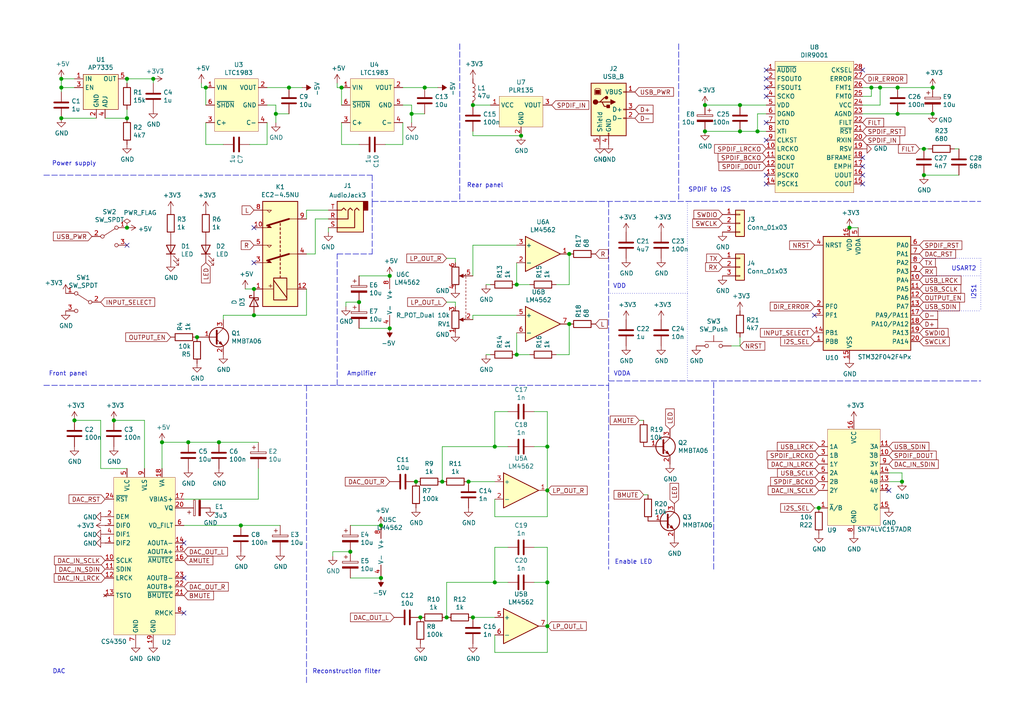
<source format=kicad_sch>
(kicad_sch (version 20210126) (generator eeschema)
  (paper "A4")
  (junction (at 17.78 22.86) (diameter 1.016))
  (junction (at 17.78 25.4) (diameter 1.016))
  (junction (at 17.78 34.29) (diameter 1.016))
  (junction (at 21.59 121.92) (diameter 1.016))
  (junction (at 33.02 121.92) (diameter 1.016))
  (junction (at 36.83 22.86) (diameter 1.016))
  (junction (at 36.83 34.29) (diameter 1.016))
  (junction (at 36.83 66.04) (diameter 1.016))
  (junction (at 44.45 22.86) (diameter 1.016))
  (junction (at 46.99 128.27) (diameter 1.016))
  (junction (at 54.61 128.27) (diameter 1.016))
  (junction (at 57.15 97.79) (diameter 1.016))
  (junction (at 59.69 25.4) (diameter 1.016))
  (junction (at 63.5 128.27) (diameter 1.016))
  (junction (at 69.85 152.4) (diameter 1.016))
  (junction (at 73.66 83.82) (diameter 1.016))
  (junction (at 73.66 91.44) (diameter 1.016))
  (junction (at 80.01 33.02) (diameter 1.016))
  (junction (at 83.82 25.4) (diameter 1.016))
  (junction (at 99.06 25.4) (diameter 1.016))
  (junction (at 101.6 160.02) (diameter 1.016))
  (junction (at 104.14 87.63) (diameter 1.016))
  (junction (at 110.49 152.4) (diameter 1.016))
  (junction (at 110.49 167.64) (diameter 1.016))
  (junction (at 113.03 80.01) (diameter 1.016))
  (junction (at 113.03 95.25) (diameter 1.016))
  (junction (at 119.38 33.02) (diameter 1.016))
  (junction (at 120.65 139.7) (diameter 1.016))
  (junction (at 121.92 179.07) (diameter 1.016))
  (junction (at 123.19 25.4) (diameter 1.016))
  (junction (at 128.27 139.7) (diameter 1.016))
  (junction (at 129.54 179.07) (diameter 1.016))
  (junction (at 135.89 139.7) (diameter 1.016))
  (junction (at 137.16 30.48) (diameter 1.016))
  (junction (at 137.16 179.07) (diameter 1.016))
  (junction (at 143.51 129.54) (diameter 1.016))
  (junction (at 143.51 168.91) (diameter 1.016))
  (junction (at 149.86 82.55) (diameter 1.016))
  (junction (at 149.86 102.87) (diameter 1.016))
  (junction (at 151.13 39.37) (diameter 1.016))
  (junction (at 158.75 129.54) (diameter 1.016))
  (junction (at 158.75 142.24) (diameter 1.016))
  (junction (at 158.75 168.91) (diameter 1.016))
  (junction (at 158.75 181.61) (diameter 1.016))
  (junction (at 165.1 73.66) (diameter 1.016))
  (junction (at 165.1 93.98) (diameter 1.016))
  (junction (at 204.47 30.48) (diameter 1.016))
  (junction (at 204.47 38.1) (diameter 1.016))
  (junction (at 214.63 30.48) (diameter 1.016))
  (junction (at 214.63 38.1) (diameter 1.016))
  (junction (at 219.71 38.1) (diameter 1.016))
  (junction (at 237.49 147.32) (diameter 1.016))
  (junction (at 246.38 66.04) (diameter 1.016))
  (junction (at 252.73 25.4) (diameter 1.016))
  (junction (at 255.27 25.4) (diameter 1.016))
  (junction (at 260.35 25.4) (diameter 1.016))
  (junction (at 260.35 33.02) (diameter 1.016))
  (junction (at 261.62 139.7) (diameter 1.016))
  (junction (at 267.97 43.18) (diameter 1.016))
  (junction (at 267.97 50.8) (diameter 1.016))
  (junction (at 270.51 25.4) (diameter 1.016))
  (junction (at 270.51 33.02) (diameter 1.016))
  (no_connect (at 36.83 71.12))
  (no_connect (at 53.34 157.48))
  (no_connect (at 53.34 167.64))
  (no_connect (at 53.34 177.8))
  (no_connect (at 73.66 66.04))
  (no_connect (at 73.66 76.2))
  (no_connect (at 222.25 20.32))
  (no_connect (at 222.25 22.86))
  (no_connect (at 222.25 25.4))
  (no_connect (at 222.25 27.94))
  (no_connect (at 222.25 35.56))
  (no_connect (at 222.25 40.64))
  (no_connect (at 222.25 50.8))
  (no_connect (at 222.25 53.34))
  (no_connect (at 236.22 91.44))
  (no_connect (at 250.19 20.32))
  (no_connect (at 250.19 45.72))
  (no_connect (at 250.19 48.26))
  (no_connect (at 250.19 50.8))
  (no_connect (at 250.19 53.34))
  (no_connect (at 257.81 142.24))
  (wire (pts (xy 17.78 22.86) (xy 21.59 22.86)))
  (wire (pts (xy 17.78 25.4) (xy 17.78 22.86)))
  (wire (pts (xy 17.78 25.4) (xy 21.59 25.4)))
  (wire (pts (xy 17.78 26.67) (xy 17.78 25.4)))
  (wire (pts (xy 17.78 34.29) (xy 27.94 34.29)))
  (wire (pts (xy 21.59 121.92) (xy 29.21 121.92)))
  (wire (pts (xy 29.21 121.92) (xy 29.21 135.89)))
  (wire (pts (xy 29.21 135.89) (xy 36.83 135.89)))
  (wire (pts (xy 30.48 34.29) (xy 36.83 34.29)))
  (wire (pts (xy 36.83 22.86) (xy 36.83 24.13)))
  (wire (pts (xy 36.83 22.86) (xy 44.45 22.86)))
  (wire (pts (xy 36.83 31.75) (xy 36.83 34.29)))
  (wire (pts (xy 41.91 121.92) (xy 33.02 121.92)))
  (wire (pts (xy 41.91 121.92) (xy 41.91 135.89)))
  (wire (pts (xy 44.45 22.86) (xy 44.45 24.13)))
  (wire (pts (xy 46.99 128.27) (xy 46.99 135.89)))
  (wire (pts (xy 46.99 128.27) (xy 54.61 128.27)))
  (wire (pts (xy 53.34 144.78) (xy 74.93 144.78)))
  (wire (pts (xy 53.34 152.4) (xy 69.85 152.4)))
  (wire (pts (xy 54.61 128.27) (xy 63.5 128.27)))
  (wire (pts (xy 58.42 24.13) (xy 58.42 25.4)))
  (wire (pts (xy 58.42 25.4) (xy 59.69 25.4)))
  (wire (pts (xy 59.69 25.4) (xy 59.69 30.48)))
  (wire (pts (xy 59.69 35.56) (xy 59.69 41.91)))
  (wire (pts (xy 59.69 41.91) (xy 64.77 41.91)))
  (wire (pts (xy 63.5 128.27) (xy 74.93 128.27)))
  (wire (pts (xy 64.77 91.44) (xy 73.66 91.44)))
  (wire (pts (xy 64.77 92.71) (xy 64.77 91.44)))
  (wire (pts (xy 69.85 152.4) (xy 81.28 152.4)))
  (wire (pts (xy 71.12 83.82) (xy 73.66 83.82)))
  (wire (pts (xy 72.39 41.91) (xy 77.47 41.91)))
  (wire (pts (xy 73.66 91.44) (xy 88.9 91.44)))
  (wire (pts (xy 74.93 144.78) (xy 74.93 135.89)))
  (wire (pts (xy 77.47 25.4) (xy 83.82 25.4)))
  (wire (pts (xy 77.47 30.48) (xy 80.01 30.48)))
  (wire (pts (xy 77.47 41.91) (xy 77.47 35.56)))
  (wire (pts (xy 80.01 30.48) (xy 80.01 33.02)))
  (wire (pts (xy 80.01 33.02) (xy 80.01 35.56)))
  (wire (pts (xy 80.01 33.02) (xy 83.82 33.02)))
  (wire (pts (xy 83.82 25.4) (xy 87.63 25.4)))
  (wire (pts (xy 88.9 60.96) (xy 88.9 63.5)))
  (wire (pts (xy 88.9 60.96) (xy 95.25 60.96)))
  (wire (pts (xy 88.9 91.44) (xy 88.9 83.82)))
  (wire (pts (xy 91.44 63.5) (xy 91.44 73.66)))
  (wire (pts (xy 91.44 63.5) (xy 95.25 63.5)))
  (wire (pts (xy 91.44 73.66) (xy 88.9 73.66)))
  (wire (pts (xy 95.25 67.31) (xy 95.25 66.04)))
  (wire (pts (xy 96.52 160.02) (xy 101.6 160.02)))
  (wire (pts (xy 96.52 161.29) (xy 96.52 160.02)))
  (wire (pts (xy 97.79 24.13) (xy 97.79 25.4)))
  (wire (pts (xy 97.79 25.4) (xy 99.06 25.4)))
  (wire (pts (xy 99.06 25.4) (xy 99.06 30.48)))
  (wire (pts (xy 99.06 35.56) (xy 99.06 41.91)))
  (wire (pts (xy 99.06 41.91) (xy 104.14 41.91)))
  (wire (pts (xy 100.33 87.63) (xy 104.14 87.63)))
  (wire (pts (xy 100.33 88.9) (xy 100.33 87.63)))
  (wire (pts (xy 101.6 152.4) (xy 110.49 152.4)))
  (wire (pts (xy 101.6 167.64) (xy 110.49 167.64)))
  (wire (pts (xy 104.14 80.01) (xy 113.03 80.01)))
  (wire (pts (xy 104.14 95.25) (xy 113.03 95.25)))
  (wire (pts (xy 116.84 25.4) (xy 123.19 25.4)))
  (wire (pts (xy 116.84 30.48) (xy 119.38 30.48)))
  (wire (pts (xy 116.84 35.56) (xy 116.84 41.91)))
  (wire (pts (xy 116.84 41.91) (xy 111.76 41.91)))
  (wire (pts (xy 119.38 30.48) (xy 119.38 33.02)))
  (wire (pts (xy 119.38 33.02) (xy 119.38 35.56)))
  (wire (pts (xy 119.38 33.02) (xy 123.19 33.02)))
  (wire (pts (xy 123.19 25.4) (xy 127 25.4)))
  (wire (pts (xy 128.27 129.54) (xy 128.27 139.7)))
  (wire (pts (xy 128.27 129.54) (xy 143.51 129.54)))
  (wire (pts (xy 129.54 74.93) (xy 132.08 74.93)))
  (wire (pts (xy 129.54 87.63) (xy 132.08 87.63)))
  (wire (pts (xy 129.54 168.91) (xy 143.51 168.91)))
  (wire (pts (xy 129.54 179.07) (xy 129.54 168.91)))
  (wire (pts (xy 132.08 74.93) (xy 132.08 76.2)))
  (wire (pts (xy 132.08 87.63) (xy 132.08 88.9)))
  (wire (pts (xy 135.89 139.7) (xy 143.51 139.7)))
  (wire (pts (xy 137.16 30.48) (xy 142.24 30.48)))
  (wire (pts (xy 137.16 38.1) (xy 137.16 39.37)))
  (wire (pts (xy 137.16 39.37) (xy 151.13 39.37)))
  (wire (pts (xy 137.16 71.12) (xy 149.86 71.12)))
  (wire (pts (xy 137.16 80.01) (xy 137.16 71.12)))
  (wire (pts (xy 137.16 91.44) (xy 137.16 92.71)))
  (wire (pts (xy 137.16 91.44) (xy 149.86 91.44)))
  (wire (pts (xy 137.16 179.07) (xy 143.51 179.07)))
  (wire (pts (xy 140.97 82.55) (xy 142.24 82.55)))
  (wire (pts (xy 140.97 102.87) (xy 142.24 102.87)))
  (wire (pts (xy 143.51 119.38) (xy 143.51 129.54)))
  (wire (pts (xy 143.51 129.54) (xy 147.32 129.54)))
  (wire (pts (xy 143.51 144.78) (xy 143.51 149.86)))
  (wire (pts (xy 143.51 149.86) (xy 158.75 149.86)))
  (wire (pts (xy 143.51 158.75) (xy 143.51 168.91)))
  (wire (pts (xy 143.51 168.91) (xy 147.32 168.91)))
  (wire (pts (xy 143.51 184.15) (xy 143.51 189.23)))
  (wire (pts (xy 143.51 189.23) (xy 158.75 189.23)))
  (wire (pts (xy 147.32 119.38) (xy 143.51 119.38)))
  (wire (pts (xy 147.32 158.75) (xy 143.51 158.75)))
  (wire (pts (xy 149.86 76.2) (xy 149.86 82.55)))
  (wire (pts (xy 149.86 82.55) (xy 153.67 82.55)))
  (wire (pts (xy 149.86 96.52) (xy 149.86 102.87)))
  (wire (pts (xy 149.86 102.87) (xy 153.67 102.87)))
  (wire (pts (xy 154.94 158.75) (xy 158.75 158.75)))
  (wire (pts (xy 158.75 119.38) (xy 154.94 119.38)))
  (wire (pts (xy 158.75 129.54) (xy 154.94 129.54)))
  (wire (pts (xy 158.75 129.54) (xy 158.75 119.38)))
  (wire (pts (xy 158.75 129.54) (xy 158.75 142.24)))
  (wire (pts (xy 158.75 142.24) (xy 158.75 149.86)))
  (wire (pts (xy 158.75 158.75) (xy 158.75 168.91)))
  (wire (pts (xy 158.75 168.91) (xy 154.94 168.91)))
  (wire (pts (xy 158.75 168.91) (xy 158.75 181.61)))
  (wire (pts (xy 158.75 181.61) (xy 158.75 189.23)))
  (wire (pts (xy 161.29 82.55) (xy 165.1 82.55)))
  (wire (pts (xy 161.29 102.87) (xy 165.1 102.87)))
  (wire (pts (xy 165.1 82.55) (xy 165.1 73.66)))
  (wire (pts (xy 165.1 102.87) (xy 165.1 93.98)))
  (wire (pts (xy 185.42 121.92) (xy 186.69 121.92)))
  (wire (pts (xy 186.69 143.51) (xy 187.96 143.51)))
  (wire (pts (xy 204.47 30.48) (xy 214.63 30.48)))
  (wire (pts (xy 204.47 38.1) (xy 214.63 38.1)))
  (wire (pts (xy 214.63 30.48) (xy 222.25 30.48)))
  (wire (pts (xy 214.63 38.1) (xy 219.71 38.1)))
  (wire (pts (xy 214.63 97.79) (xy 214.63 100.33)))
  (wire (pts (xy 214.63 100.33) (xy 212.09 100.33)))
  (wire (pts (xy 219.71 33.02) (xy 219.71 38.1)))
  (wire (pts (xy 219.71 38.1) (xy 222.25 38.1)))
  (wire (pts (xy 222.25 33.02) (xy 219.71 33.02)))
  (wire (pts (xy 236.22 147.32) (xy 237.49 147.32)))
  (wire (pts (xy 246.38 66.04) (xy 248.92 66.04)))
  (wire (pts (xy 250.19 25.4) (xy 252.73 25.4)))
  (wire (pts (xy 250.19 27.94) (xy 252.73 27.94)))
  (wire (pts (xy 250.19 30.48) (xy 255.27 30.48)))
  (wire (pts (xy 250.19 33.02) (xy 260.35 33.02)))
  (wire (pts (xy 252.73 25.4) (xy 255.27 25.4)))
  (wire (pts (xy 252.73 27.94) (xy 252.73 25.4)))
  (wire (pts (xy 255.27 25.4) (xy 260.35 25.4)))
  (wire (pts (xy 255.27 30.48) (xy 255.27 25.4)))
  (wire (pts (xy 257.81 137.16) (xy 261.62 137.16)))
  (wire (pts (xy 257.81 139.7) (xy 261.62 139.7)))
  (wire (pts (xy 260.35 25.4) (xy 270.51 25.4)))
  (wire (pts (xy 261.62 137.16) (xy 261.62 139.7)))
  (wire (pts (xy 266.7 43.18) (xy 267.97 43.18)))
  (wire (pts (xy 267.97 43.18) (xy 269.24 43.18)))
  (wire (pts (xy 267.97 50.8) (xy 278.13 50.8)))
  (wire (pts (xy 270.51 33.02) (xy 260.35 33.02)))
  (wire (pts (xy 276.86 43.18) (xy 278.13 43.18)))
  (polyline (pts (xy 12.7 50.8) (xy 107.95 50.8)) (stroke (width 0) (type dash)))
  (polyline (pts (xy 12.7 111.76) (xy 88.9 111.76)) (stroke (width 0) (type dash)))
  (polyline (pts (xy 88.9 111.76) (xy 88.9 198.12)) (stroke (width 0) (type dash)))
  (polyline (pts (xy 88.9 111.76) (xy 176.53 111.76)) (stroke (width 0) (type dash)))
  (polyline (pts (xy 97.79 73.66) (xy 107.95 73.66)) (stroke (width 0) (type dash)))
  (polyline (pts (xy 97.79 111.76) (xy 97.79 73.66)) (stroke (width 0) (type dash)))
  (polyline (pts (xy 107.95 50.8) (xy 107.95 58.42)) (stroke (width 0) (type dash)))
  (polyline (pts (xy 107.95 58.42) (xy 107.95 73.66)) (stroke (width 0) (type dash)))
  (polyline (pts (xy 133.35 12.7) (xy 133.35 58.42)) (stroke (width 0) (type dash)))
  (polyline (pts (xy 171.45 58.42) (xy 107.95 58.42)) (stroke (width 0) (type dash)))
  (polyline (pts (xy 171.45 58.42) (xy 284.48 58.42)) (stroke (width 0) (type dash)))
  (polyline (pts (xy 176.53 58.42) (xy 176.53 111.76)) (stroke (width 0) (type dash)))
  (polyline (pts (xy 176.53 110.49) (xy 284.48 110.49)) (stroke (width 0) (type dash)))
  (polyline (pts (xy 176.53 111.76) (xy 176.53 165.1)) (stroke (width 0) (type dash)))
  (polyline (pts (xy 196.85 12.7) (xy 196.85 58.42)) (stroke (width 0) (type dash)))
  (polyline (pts (xy 199.39 58.42) (xy 199.39 110.49)) (stroke (width 0.152) (type dot)))
  (polyline (pts (xy 199.39 85.09) (xy 176.53 85.09)) (stroke (width 0.152) (type dot)))
  (polyline (pts (xy 207.01 165.1) (xy 207.01 110.49)) (stroke (width 0) (type dash)))
  (polyline (pts (xy 264.16 74.93) (xy 284.48 74.93)) (stroke (width 0.152) (type dot)))
  (polyline (pts (xy 264.16 80.01) (xy 284.48 80.01)) (stroke (width 0.152) (type dot)))
  (polyline (pts (xy 264.16 90.17) (xy 284.48 90.17)) (stroke (width 0.152) (type dot)))
  (polyline (pts (xy 284.48 74.93) (xy 284.48 80.01)) (stroke (width 0.152) (type dot)))
  (polyline (pts (xy 284.48 80.01) (xy 284.48 90.17)) (stroke (width 0.152) (type dot)))
  (text "DAC" (at 19.05 195.58 180) (effects (font (size 1.27 1.27)) (justify right bottom)))
  (text "Front panel" (at 25.4 109.22 180) (effects (font (size 1.27 1.27)) (justify right bottom)))
  (text "Power supply" (at 27.94 48.26 180) (effects (font (size 1.27 1.27)) (justify right bottom)))
  (text "Amplifier" (at 109.22 109.22 180) (effects (font (size 1.27 1.27)) (justify right bottom)))
  (text "Reconstruction filter" (at 110.49 195.58 180) (effects (font (size 1.27 1.27)) (justify right bottom)))
  (text "Rear panel" (at 146.05 54.61 180) (effects (font (size 1.27 1.27)) (justify right bottom)))
  (text "VDD" (at 181.61 83.82 180) (effects (font (size 1.27 1.27)) (justify right bottom)))
  (text "VDDA" (at 182.88 109.22 180) (effects (font (size 1.27 1.27)) (justify right bottom)))
  (text "Enable LED" (at 189.23 163.83 180) (effects (font (size 1.27 1.27)) (justify right bottom)))
  (text "SPDIF to I2S" (at 212.09 55.88 180) (effects (font (size 1.27 1.27)) (justify right bottom)))
  (text "USART2" (at 283.21 78.74 180) (effects (font (size 1.27 1.27)) (justify right bottom)))
  (text "I2S1" (at 283.21 82.55 270) (effects (font (size 1.27 1.27)) (justify right bottom)))
  (global_label "USB_PWR" (shape input) (at 26.67 68.58 180) (property "Intersheet References" "${INTERSHEET_REFS}" (effects hide)))
  (global_label "INPUT_SELECT" (shape input) (at 29.21 87.63 0) (property "Intersheet References" "${INTERSHEET_REFS}" (effects hide)))
  (global_label "DAC_RST" (shape input) (at 30.48 144.78 180) (property "Intersheet References" "${INTERSHEET_REFS}" (effects hide)))
  (global_label "DAC_IN_SCLK" (shape input) (at 30.48 162.56 180) (property "Intersheet References" "${INTERSHEET_REFS}" (effects hide)))
  (global_label "DAC_IN_SDIN" (shape input) (at 30.48 165.1 180) (property "Intersheet References" "${INTERSHEET_REFS}" (effects hide)))
  (global_label "DAC_IN_LRCK" (shape input) (at 30.48 167.64 180) (property "Intersheet References" "${INTERSHEET_REFS}" (effects hide)))
  (global_label "OUTPUT_EN" (shape input) (at 49.53 97.79 180) (property "Intersheet References" "${INTERSHEET_REFS}" (effects hide)))
  (global_label "DAC_OUT_L" (shape input) (at 53.34 160.02 0) (property "Intersheet References" "${INTERSHEET_REFS}" (effects hide)))
  (global_label "AMUTE" (shape input) (at 53.34 162.56 0) (property "Intersheet References" "${INTERSHEET_REFS}" (effects hide)))
  (global_label "DAC_OUT_R" (shape input) (at 53.34 170.18 0) (property "Intersheet References" "${INTERSHEET_REFS}" (effects hide)))
  (global_label "BMUTE" (shape input) (at 53.34 172.72 0) (property "Intersheet References" "${INTERSHEET_REFS}" (effects hide)))
  (global_label "LED" (shape input) (at 59.69 76.2 270) (property "Intersheet References" "${INTERSHEET_REFS}" (effects hide)))
  (global_label "L" (shape input) (at 73.66 60.96 180) (property "Intersheet References" "${INTERSHEET_REFS}" (effects hide)))
  (global_label "R" (shape input) (at 73.66 71.12 180) (property "Intersheet References" "${INTERSHEET_REFS}" (effects hide)))
  (global_label "DAC_OUT_R" (shape input) (at 113.03 139.7 180) (property "Intersheet References" "${INTERSHEET_REFS}" (effects hide)))
  (global_label "DAC_OUT_L" (shape input) (at 114.3 179.07 180) (property "Intersheet References" "${INTERSHEET_REFS}" (effects hide)))
  (global_label "LP_OUT_R" (shape input) (at 129.54 74.93 180) (property "Intersheet References" "${INTERSHEET_REFS}" (effects hide)))
  (global_label "LP_OUT_L" (shape input) (at 129.54 87.63 180) (property "Intersheet References" "${INTERSHEET_REFS}" (effects hide)))
  (global_label "LP_OUT_R" (shape input) (at 158.75 142.24 0) (property "Intersheet References" "${INTERSHEET_REFS}" (effects hide)))
  (global_label "LP_OUT_L" (shape input) (at 158.75 181.61 0) (property "Intersheet References" "${INTERSHEET_REFS}" (effects hide)))
  (global_label "SPDIF_IN" (shape input) (at 160.02 30.48 0) (property "Intersheet References" "${INTERSHEET_REFS}" (effects hide)))
  (global_label "R" (shape input) (at 172.72 73.66 0) (property "Intersheet References" "${INTERSHEET_REFS}" (effects hide)))
  (global_label "L" (shape input) (at 172.72 93.98 0) (property "Intersheet References" "${INTERSHEET_REFS}" (effects hide)))
  (global_label "USB_PWR" (shape input) (at 184.15 26.67 0) (property "Intersheet References" "${INTERSHEET_REFS}" (effects hide)))
  (global_label "D+" (shape input) (at 184.15 31.75 0) (property "Intersheet References" "${INTERSHEET_REFS}" (effects hide)))
  (global_label "D-" (shape input) (at 184.15 34.29 0) (property "Intersheet References" "${INTERSHEET_REFS}" (effects hide)))
  (global_label "AMUTE" (shape input) (at 185.42 121.92 180) (property "Intersheet References" "${INTERSHEET_REFS}" (effects hide)))
  (global_label "BMUTE" (shape input) (at 186.69 143.51 180) (property "Intersheet References" "${INTERSHEET_REFS}" (effects hide)))
  (global_label "LED" (shape input) (at 194.31 124.46 90) (property "Intersheet References" "${INTERSHEET_REFS}" (effects hide)))
  (global_label "LED" (shape input) (at 195.58 146.05 90) (property "Intersheet References" "${INTERSHEET_REFS}" (effects hide)))
  (global_label "SWDIO" (shape input) (at 209.55 62.23 180) (property "Intersheet References" "${INTERSHEET_REFS}" (effects hide)))
  (global_label "SWCLK" (shape input) (at 209.55 64.77 180) (property "Intersheet References" "${INTERSHEET_REFS}" (effects hide)))
  (global_label "TX" (shape input) (at 209.55 74.93 180) (property "Intersheet References" "${INTERSHEET_REFS}" (effects hide)))
  (global_label "RX" (shape input) (at 209.55 77.47 180) (property "Intersheet References" "${INTERSHEET_REFS}" (effects hide)))
  (global_label "NRST" (shape input) (at 214.63 100.33 0) (property "Intersheet References" "${INTERSHEET_REFS}" (effects hide)))
  (global_label "SPDIF_LRCKO" (shape input) (at 222.25 43.18 180) (property "Intersheet References" "${INTERSHEET_REFS}" (effects hide)))
  (global_label "SPDIF_BCKO" (shape input) (at 222.25 45.72 180) (property "Intersheet References" "${INTERSHEET_REFS}" (effects hide)))
  (global_label "SPDIF_DOUT" (shape input) (at 222.25 48.26 180) (property "Intersheet References" "${INTERSHEET_REFS}" (effects hide)))
  (global_label "NRST" (shape input) (at 236.22 71.12 180) (property "Intersheet References" "${INTERSHEET_REFS}" (effects hide)))
  (global_label "DIR_ERROR" (shape input) (at 236.22 88.9 180) (property "Intersheet References" "${INTERSHEET_REFS}" (effects hide)))
  (global_label "INPUT_SELECT" (shape input) (at 236.22 96.52 180) (property "Intersheet References" "${INTERSHEET_REFS}" (effects hide)))
  (global_label "I2S_SEL" (shape input) (at 236.22 99.06 180) (property "Intersheet References" "${INTERSHEET_REFS}" (effects hide)))
  (global_label "I2S_SEL" (shape input) (at 236.22 147.32 180) (property "Intersheet References" "${INTERSHEET_REFS}" (effects hide)))
  (global_label "USB_LRCK" (shape input) (at 237.49 129.54 180) (property "Intersheet References" "${INTERSHEET_REFS}" (effects hide)))
  (global_label "SPDIF_LRCKO" (shape input) (at 237.49 132.08 180) (property "Intersheet References" "${INTERSHEET_REFS}" (effects hide)))
  (global_label "DAC_IN_LRCK" (shape input) (at 237.49 134.62 180) (property "Intersheet References" "${INTERSHEET_REFS}" (effects hide)))
  (global_label "USB_SCLK" (shape input) (at 237.49 137.16 180) (property "Intersheet References" "${INTERSHEET_REFS}" (effects hide)))
  (global_label "SPDIF_BCKO" (shape input) (at 237.49 139.7 180) (property "Intersheet References" "${INTERSHEET_REFS}" (effects hide)))
  (global_label "DAC_IN_SCLK" (shape input) (at 237.49 142.24 180) (property "Intersheet References" "${INTERSHEET_REFS}" (effects hide)))
  (global_label "DIR_ERROR" (shape input) (at 250.19 22.86 0) (property "Intersheet References" "${INTERSHEET_REFS}" (effects hide)))
  (global_label "FILT" (shape input) (at 250.19 35.56 0) (property "Intersheet References" "${INTERSHEET_REFS}" (effects hide)))
  (global_label "SPDIF_RST" (shape input) (at 250.19 38.1 0) (property "Intersheet References" "${INTERSHEET_REFS}" (effects hide)))
  (global_label "SPDIF_IN" (shape input) (at 250.19 40.64 0) (property "Intersheet References" "${INTERSHEET_REFS}" (effects hide)))
  (global_label "USB_SDIN" (shape input) (at 257.81 129.54 0) (property "Intersheet References" "${INTERSHEET_REFS}" (effects hide)))
  (global_label "SPDIF_DOUT" (shape input) (at 257.81 132.08 0) (property "Intersheet References" "${INTERSHEET_REFS}" (effects hide)))
  (global_label "DAC_IN_SDIN" (shape input) (at 257.81 134.62 0) (property "Intersheet References" "${INTERSHEET_REFS}" (effects hide)))
  (global_label "FILT" (shape input) (at 266.7 43.18 180) (property "Intersheet References" "${INTERSHEET_REFS}" (effects hide)))
  (global_label "SPDIF_RST" (shape input) (at 266.7 71.12 0) (property "Intersheet References" "${INTERSHEET_REFS}" (effects hide)))
  (global_label "DAC_RST" (shape input) (at 266.7 73.66 0) (property "Intersheet References" "${INTERSHEET_REFS}" (effects hide)))
  (global_label "TX" (shape input) (at 266.7 76.2 0) (property "Intersheet References" "${INTERSHEET_REFS}" (effects hide)))
  (global_label "RX" (shape input) (at 266.7 78.74 0) (property "Intersheet References" "${INTERSHEET_REFS}" (effects hide)))
  (global_label "USB_LRCK" (shape input) (at 266.7 81.28 0) (property "Intersheet References" "${INTERSHEET_REFS}" (effects hide)))
  (global_label "USB_SCLK" (shape input) (at 266.7 83.82 0) (property "Intersheet References" "${INTERSHEET_REFS}" (effects hide)))
  (global_label "OUTPUT_EN" (shape input) (at 266.7 86.36 0) (property "Intersheet References" "${INTERSHEET_REFS}" (effects hide)))
  (global_label "USB_SDIN" (shape input) (at 266.7 88.9 0) (property "Intersheet References" "${INTERSHEET_REFS}" (effects hide)))
  (global_label "D-" (shape input) (at 266.7 91.44 0) (property "Intersheet References" "${INTERSHEET_REFS}" (effects hide)))
  (global_label "D+" (shape input) (at 266.7 93.98 0) (property "Intersheet References" "${INTERSHEET_REFS}" (effects hide)))
  (global_label "SWDIO" (shape input) (at 266.7 96.52 0) (property "Intersheet References" "${INTERSHEET_REFS}" (effects hide)))
  (global_label "SWCLK" (shape input) (at 266.7 99.06 0) (property "Intersheet References" "${INTERSHEET_REFS}" (effects hide)))
  (symbol (lib_id "power:PWR_FLAG") (at 36.83 66.04 0) (unit 1)
    (property "Reference" "#FLG01" (effects hide))
    (property "Value" "PWR_FLAG" (at 40.64 61.7156 0))
  )
  (symbol (lib_id "power:+5V") (at 17.78 22.86 0) (unit 1)
    (property "Reference" "#PWR01" (effects hide))
    (property "Value" "+5V" (at 18.1483 18.5356 0))
  )
  (symbol (lib_id "power:+3.3V") (at 19.05 85.09 0) (unit 1)
    (property "Reference" "#PWR03" (effects hide))
    (property "Value" "+3.3V" (at 15.6083 82.0356 0))
  )
  (symbol (lib_id "power:+3.3V") (at 21.59 121.92 0) (unit 1)
    (property "Reference" "#PWR05" (effects hide))
    (property "Value" "+3.3V" (at 21.9583 117.5956 0))
  )
  (symbol (lib_id "power:+3.3V") (at 30.48 152.4 90) (unit 1)
    (property "Reference" "#PWR08" (effects hide))
    (property "Value" "+3.3V" (at 24.755 152.4304 90))
  )
  (symbol (lib_id "power:+3.3V") (at 33.02 121.92 0) (unit 1)
    (property "Reference" "#PWR011" (effects hide))
    (property "Value" "+3.3V" (at 33.3883 117.5956 0))
  )
  (symbol (lib_id "power:+5V") (at 36.83 66.04 270) (unit 1)
    (property "Reference" "#PWR014" (effects hide))
    (property "Value" "+5V" (at 40.0051 66.4083 90) (effects (justify left)))
  )
  (symbol (lib_id "power:+3.3V") (at 44.45 22.86 270) (unit 1)
    (property "Reference" "#PWR016" (effects hide))
    (property "Value" "+3.3V" (at 44.9644 20.6883 90))
  )
  (symbol (lib_id "power:+5V") (at 46.99 128.27 0) (unit 1)
    (property "Reference" "#PWR019" (effects hide))
    (property "Value" "+5V" (at 47.3583 123.9456 0))
  )
  (symbol (lib_id "power:+3.3V") (at 49.53 60.96 0) (unit 1)
    (property "Reference" "#PWR020" (effects hide))
    (property "Value" "+3.3V" (at 49.8983 56.6356 0))
  )
  (symbol (lib_id "power:+5V") (at 58.42 24.13 0) (unit 1)
    (property "Reference" "#PWR024" (effects hide))
    (property "Value" "+5V" (at 58.7883 19.8056 0))
  )
  (symbol (lib_id "power:+3.3V") (at 59.69 60.96 0) (unit 1)
    (property "Reference" "#PWR025" (effects hide))
    (property "Value" "+3.3V" (at 60.0583 56.6356 0))
  )
  (symbol (lib_id "power:+5V") (at 71.12 83.82 0) (unit 1)
    (property "Reference" "#PWR030" (effects hide))
    (property "Value" "+5V" (at 71.4883 79.4956 0))
  )
  (symbol (lib_id "power:-5V") (at 87.63 25.4 270) (unit 1)
    (property "Reference" "#PWR033" (effects hide))
    (property "Value" "-5V" (at 91.9544 25.7683 0))
  )
  (symbol (lib_id "power:+5V") (at 97.79 24.13 0) (unit 1)
    (property "Reference" "#PWR036" (effects hide))
    (property "Value" "+5V" (at 98.1583 19.8056 0))
  )
  (symbol (lib_id "power:+5V") (at 110.49 152.4 0) (unit 1)
    (property "Reference" "#PWR038" (effects hide))
    (property "Value" "+5V" (at 110.8583 148.0756 0))
  )
  (symbol (lib_id "power:-5V") (at 110.49 167.64 180) (unit 1)
    (property "Reference" "#PWR039" (effects hide))
    (property "Value" "-5V" (at 110.1217 171.9644 0))
  )
  (symbol (lib_id "power:+5V") (at 113.03 80.01 0) (unit 1)
    (property "Reference" "#PWR040" (effects hide))
    (property "Value" "+5V" (at 113.3983 75.6856 0))
  )
  (symbol (lib_id "power:-5V") (at 113.03 95.25 180) (unit 1)
    (property "Reference" "#PWR041" (effects hide))
    (property "Value" "-5V" (at 112.6617 99.5744 0))
  )
  (symbol (lib_id "power:-5V") (at 127 25.4 270) (unit 1)
    (property "Reference" "#PWR045" (effects hide))
    (property "Value" "-5V" (at 131.3244 25.7683 0))
  )
  (symbol (lib_id "power:+3.3V") (at 137.16 22.86 0) (unit 1)
    (property "Reference" "#PWR049" (effects hide))
    (property "Value" "+3.3V" (at 137.5283 18.5356 0))
  )
  (symbol (lib_id "power:+3.3V") (at 181.61 67.31 0) (unit 1)
    (property "Reference" "#PWR056" (effects hide))
    (property "Value" "+3.3V" (at 181.9783 62.9856 0))
  )
  (symbol (lib_id "power:+3.3V") (at 181.61 92.71 0) (unit 1)
    (property "Reference" "#PWR058" (effects hide))
    (property "Value" "+3.3V" (at 181.9783 88.3856 0))
  )
  (symbol (lib_id "power:+3.3V") (at 191.77 67.31 0) (unit 1)
    (property "Reference" "#PWR060" (effects hide))
    (property "Value" "+3.3V" (at 192.1383 62.9856 0))
  )
  (symbol (lib_id "power:+3.3V") (at 191.77 92.71 0) (unit 1)
    (property "Reference" "#PWR062" (effects hide))
    (property "Value" "+3.3V" (at 192.1383 88.3856 0))
  )
  (symbol (lib_id "power:+3.3V") (at 204.47 30.48 0) (unit 1)
    (property "Reference" "#PWR067" (effects hide))
    (property "Value" "+3.3V" (at 204.8383 26.1556 0))
  )
  (symbol (lib_id "power:+3.3V") (at 214.63 90.17 0) (unit 1)
    (property "Reference" "#PWR071" (effects hide))
    (property "Value" "+3.3V" (at 214.9983 85.8456 0))
  )
  (symbol (lib_id "power:+3.3V") (at 246.38 66.04 0) (unit 1)
    (property "Reference" "#PWR073" (effects hide))
    (property "Value" "+3.3V" (at 246.7483 61.7156 0))
  )
  (symbol (lib_id "power:+3.3V") (at 247.65 121.92 0) (unit 1)
    (property "Reference" "#PWR075" (effects hide))
    (property "Value" "+3.3V" (at 248.0183 117.5956 0))
  )
  (symbol (lib_id "power:+3.3V") (at 270.51 25.4 0) (unit 1)
    (property "Reference" "#PWR081" (effects hide))
    (property "Value" "+3.3V" (at 270.8783 21.0756 0))
  )
  (symbol (lib_id "Device:L") (at 137.16 26.67 0) (unit 1)
    (property "Reference" "L1" (at 138.4301 25.5206 0) (effects (justify left)))
    (property "Value" "47u" (at 138.43 27.819 0) (effects (justify left)))
    (property "Footprint" "Inductor_SMD:L_Taiyo-Yuden_NR-50xx" (effects hide))
  )
  (symbol (lib_id "power:GND") (at 17.78 34.29 0) (unit 1)
    (property "Reference" "#PWR02" (effects hide))
    (property "Value" "GND" (at 17.8943 38.6144 0))
  )
  (symbol (lib_id "power:GND") (at 19.05 90.17 0) (unit 1)
    (property "Reference" "#PWR04" (effects hide))
    (property "Value" "GND" (at 19.1643 94.4944 0))
  )
  (symbol (lib_id "power:GND") (at 21.59 129.54 0) (unit 1)
    (property "Reference" "#PWR06" (effects hide))
    (property "Value" "GND" (at 21.7043 133.8644 0))
  )
  (symbol (lib_id "power:GND") (at 30.48 149.86 270) (unit 1)
    (property "Reference" "#PWR07" (effects hide))
    (property "Value" "GND" (at 26.1556 149.9743 90))
  )
  (symbol (lib_id "power:GND") (at 30.48 154.94 270) (unit 1)
    (property "Reference" "#PWR09" (effects hide))
    (property "Value" "GND" (at 26.1556 155.0543 90))
  )
  (symbol (lib_id "power:GND") (at 30.48 157.48 270) (unit 1)
    (property "Reference" "#PWR010" (effects hide))
    (property "Value" "GND" (at 26.1556 157.5943 90))
  )
  (symbol (lib_id "power:GND") (at 33.02 129.54 0) (unit 1)
    (property "Reference" "#PWR012" (effects hide))
    (property "Value" "GND" (at 33.1343 133.8644 0))
  )
  (symbol (lib_id "power:GND") (at 36.83 41.91 0) (unit 1)
    (property "Reference" "#PWR013" (effects hide))
    (property "Value" "GND" (at 36.9443 46.2344 0))
  )
  (symbol (lib_id "power:GND") (at 39.37 186.69 0) (unit 1)
    (property "Reference" "#PWR015" (effects hide))
    (property "Value" "GND" (at 39.4843 191.0144 0))
  )
  (symbol (lib_id "power:GND") (at 44.45 31.75 0) (unit 1)
    (property "Reference" "#PWR017" (effects hide))
    (property "Value" "GND" (at 44.5643 36.0744 0))
  )
  (symbol (lib_id "power:GND") (at 44.45 186.69 0) (unit 1)
    (property "Reference" "#PWR018" (effects hide))
    (property "Value" "GND" (at 44.5643 191.0144 0))
  )
  (symbol (lib_id "power:GND") (at 49.53 76.2 0) (unit 1)
    (property "Reference" "#PWR021" (effects hide))
    (property "Value" "GND" (at 49.6443 80.5244 0))
  )
  (symbol (lib_id "power:GND") (at 54.61 135.89 0) (unit 1)
    (property "Reference" "#PWR022" (effects hide))
    (property "Value" "GND" (at 54.7243 140.2144 0))
  )
  (symbol (lib_id "power:GND") (at 57.15 105.41 0) (unit 1)
    (property "Reference" "#PWR023" (effects hide))
    (property "Value" "GND" (at 57.2643 109.7344 0))
  )
  (symbol (lib_id "power:GND") (at 60.96 147.32 0) (unit 1)
    (property "Reference" "#PWR026" (effects hide))
    (property "Value" "GND" (at 61.0743 151.6444 0))
  )
  (symbol (lib_id "power:GND") (at 63.5 135.89 0) (unit 1)
    (property "Reference" "#PWR027" (effects hide))
    (property "Value" "GND" (at 63.6143 140.2144 0))
  )
  (symbol (lib_id "power:GND") (at 64.77 102.87 0) (unit 1)
    (property "Reference" "#PWR028" (effects hide))
    (property "Value" "GND" (at 64.8843 107.1944 0))
  )
  (symbol (lib_id "power:GND") (at 69.85 160.02 0) (unit 1)
    (property "Reference" "#PWR029" (effects hide))
    (property "Value" "GND" (at 69.9643 164.3444 0))
  )
  (symbol (lib_id "power:GND") (at 80.01 35.56 0) (unit 1)
    (property "Reference" "#PWR031" (effects hide))
    (property "Value" "GND" (at 80.1243 39.8844 0))
  )
  (symbol (lib_id "power:GND") (at 81.28 160.02 0) (unit 1)
    (property "Reference" "#PWR032" (effects hide))
    (property "Value" "GND" (at 81.3943 164.3444 0))
  )
  (symbol (lib_id "power:GND") (at 95.25 67.31 0) (mirror y) (unit 1)
    (property "Reference" "#PWR034" (effects hide))
    (property "Value" "GND" (at 95.1357 71.6344 0))
  )
  (symbol (lib_id "power:GND") (at 96.52 161.29 0) (unit 1)
    (property "Reference" "#PWR035" (effects hide))
    (property "Value" "GND" (at 96.6343 165.6144 0))
  )
  (symbol (lib_id "power:GND") (at 100.33 88.9 0) (unit 1)
    (property "Reference" "#PWR037" (effects hide))
    (property "Value" "GND" (at 100.4443 93.2244 0))
  )
  (symbol (lib_id "power:GND") (at 119.38 35.56 0) (unit 1)
    (property "Reference" "#PWR042" (effects hide))
    (property "Value" "GND" (at 119.4943 39.8844 0))
  )
  (symbol (lib_id "power:GND") (at 120.65 147.32 0) (unit 1)
    (property "Reference" "#PWR043" (effects hide))
    (property "Value" "GND" (at 120.7643 151.6444 0))
  )
  (symbol (lib_id "power:GND") (at 121.92 186.69 0) (unit 1)
    (property "Reference" "#PWR044" (effects hide))
    (property "Value" "GND" (at 122.0343 191.0144 0))
  )
  (symbol (lib_id "power:GND") (at 132.08 83.82 0) (unit 1)
    (property "Reference" "#PWR046" (effects hide))
    (property "Value" "GND" (at 128.3843 84.3344 0))
  )
  (symbol (lib_id "power:GND") (at 132.08 96.52 0) (unit 1)
    (property "Reference" "#PWR047" (effects hide))
    (property "Value" "GND" (at 128.3843 97.0344 0))
  )
  (symbol (lib_id "power:GND") (at 135.89 147.32 0) (unit 1)
    (property "Reference" "#PWR048" (effects hide))
    (property "Value" "GND" (at 136.0043 151.6444 0))
  )
  (symbol (lib_id "power:GND") (at 137.16 186.69 0) (unit 1)
    (property "Reference" "#PWR050" (effects hide))
    (property "Value" "GND" (at 137.2743 191.0144 0))
  )
  (symbol (lib_id "power:GND") (at 140.97 82.55 0) (unit 1)
    (property "Reference" "#PWR051" (effects hide))
    (property "Value" "GND" (at 141.0843 86.8744 0))
  )
  (symbol (lib_id "power:GND") (at 140.97 102.87 0) (unit 1)
    (property "Reference" "#PWR052" (effects hide))
    (property "Value" "GND" (at 141.0843 107.1944 0))
  )
  (symbol (lib_id "power:GND") (at 151.13 39.37 0) (unit 1)
    (property "Reference" "#PWR053" (effects hide))
    (property "Value" "GND" (at 151.2443 43.6944 0))
  )
  (symbol (lib_id "power:GND") (at 173.99 41.91 0) (unit 1)
    (property "Reference" "#PWR054" (effects hide))
    (property "Value" "GND" (at 174.1043 46.2344 0))
  )
  (symbol (lib_id "power:GND") (at 176.53 41.91 0) (unit 1)
    (property "Reference" "#PWR055" (effects hide))
    (property "Value" "GND" (at 176.6443 46.2344 0))
  )
  (symbol (lib_id "power:GND") (at 181.61 74.93 0) (unit 1)
    (property "Reference" "#PWR057" (effects hide))
    (property "Value" "GND" (at 181.7243 79.2544 0))
  )
  (symbol (lib_id "power:GND") (at 181.61 100.33 0) (unit 1)
    (property "Reference" "#PWR059" (effects hide))
    (property "Value" "GND" (at 181.7243 104.6544 0))
  )
  (symbol (lib_id "power:GND") (at 191.77 74.93 0) (unit 1)
    (property "Reference" "#PWR061" (effects hide))
    (property "Value" "GND" (at 191.8843 79.2544 0))
  )
  (symbol (lib_id "power:GND") (at 191.77 100.33 0) (unit 1)
    (property "Reference" "#PWR063" (effects hide))
    (property "Value" "GND" (at 191.8843 104.6544 0))
  )
  (symbol (lib_id "power:GND") (at 194.31 134.62 0) (unit 1)
    (property "Reference" "#PWR064" (effects hide))
    (property "Value" "GND" (at 194.4243 138.9444 0))
  )
  (symbol (lib_id "power:GND") (at 195.58 156.21 0) (unit 1)
    (property "Reference" "#PWR065" (effects hide))
    (property "Value" "GND" (at 195.6943 160.5344 0))
  )
  (symbol (lib_id "power:GND") (at 201.93 100.33 0) (unit 1)
    (property "Reference" "#PWR066" (effects hide))
    (property "Value" "GND" (at 202.0443 104.6544 0))
  )
  (symbol (lib_id "power:GND") (at 204.47 38.1 0) (unit 1)
    (property "Reference" "#PWR068" (effects hide))
    (property "Value" "GND" (at 204.5843 42.4244 0))
  )
  (symbol (lib_id "power:GND") (at 209.55 67.31 0) (unit 1)
    (property "Reference" "#PWR069" (effects hide))
    (property "Value" "GND" (at 209.6643 71.6344 0))
  )
  (symbol (lib_id "power:GND") (at 209.55 80.01 0) (unit 1)
    (property "Reference" "#PWR070" (effects hide))
    (property "Value" "GND" (at 209.6643 84.3344 0))
  )
  (symbol (lib_id "power:GND") (at 237.49 154.94 0) (unit 1)
    (property "Reference" "#PWR072" (effects hide))
    (property "Value" "GND" (at 237.6043 159.2644 0))
  )
  (symbol (lib_id "power:GND") (at 246.38 104.14 0) (unit 1)
    (property "Reference" "#PWR074" (effects hide))
    (property "Value" "GND" (at 246.4943 108.4644 0))
  )
  (symbol (lib_id "power:GND") (at 247.65 154.94 0) (unit 1)
    (property "Reference" "#PWR076" (effects hide))
    (property "Value" "GND" (at 247.7643 159.2644 0))
  )
  (symbol (lib_id "power:GND") (at 250.19 43.18 90) (unit 1)
    (property "Reference" "#PWR077" (effects hide))
    (property "Value" "GND" (at 253.3651 43.0657 90) (effects (justify right)))
  )
  (symbol (lib_id "power:GND") (at 257.81 147.32 0) (unit 1)
    (property "Reference" "#PWR078" (effects hide))
    (property "Value" "GND" (at 257.9243 151.6444 0))
  )
  (symbol (lib_id "power:GND") (at 261.62 139.7 0) (unit 1)
    (property "Reference" "#PWR079" (effects hide))
    (property "Value" "GND" (at 261.7343 144.0244 0))
  )
  (symbol (lib_id "power:GND") (at 267.97 50.8 0) (unit 1)
    (property "Reference" "#PWR080" (effects hide))
    (property "Value" "GND" (at 268.0843 55.1244 0))
  )
  (symbol (lib_id "power:GND") (at 270.51 33.02 0) (mirror y) (unit 1)
    (property "Reference" "#PWR082" (effects hide))
    (property "Value" "GND" (at 274.2057 34.8044 0))
  )
  (symbol (lib_id "Device:R") (at 36.83 27.94 0) (unit 1)
    (property "Reference" "R1" (at 38.6081 26.7906 0) (effects (justify left)))
    (property "Value" "15k" (at 38.608 29.089 0) (effects (justify left)))
    (property "Footprint" "Resistor_SMD:R_0805_2012Metric" (effects hide))
  )
  (symbol (lib_id "Device:R") (at 36.83 38.1 0) (unit 1)
    (property "Reference" "R2" (at 38.6081 36.9506 0) (effects (justify left)))
    (property "Value" "4k7" (at 38.608 39.249 0) (effects (justify left)))
    (property "Footprint" "Resistor_SMD:R_0805_2012Metric" (effects hide))
  )
  (symbol (lib_id "Device:R") (at 49.53 64.77 0) (unit 1)
    (property "Reference" "R3" (at 51.3081 63.6206 0) (effects (justify left)))
    (property "Value" "1k" (at 51.308 65.919 0) (effects (justify left)))
    (property "Footprint" "Resistor_SMD:R_0805_2012Metric" (effects hide))
  )
  (symbol (lib_id "Device:R") (at 53.34 97.79 90) (unit 1)
    (property "Reference" "R4" (at 52.1906 96.0119 0) (effects (justify left)))
    (property "Value" "1k" (at 54.489 96.012 0) (effects (justify left)))
    (property "Footprint" "Resistor_SMD:R_0805_2012Metric" (effects hide))
  )
  (symbol (lib_id "Device:R") (at 57.15 101.6 180) (unit 1)
    (property "Reference" "R5" (at 55.3719 102.7494 0) (effects (justify left)))
    (property "Value" "10k" (at 55.372 100.451 0) (effects (justify left)))
    (property "Footprint" "Resistor_SMD:R_0805_2012Metric" (effects hide))
  )
  (symbol (lib_id "Device:R") (at 59.69 64.77 0) (unit 1)
    (property "Reference" "R6" (at 61.4681 63.6206 0) (effects (justify left)))
    (property "Value" "1k" (at 61.468 65.919 0) (effects (justify left)))
    (property "Footprint" "Resistor_SMD:R_0805_2012Metric" (effects hide))
  )
  (symbol (lib_id "Device:R") (at 120.65 143.51 0) (unit 1)
    (property "Reference" "R7" (at 122.4281 142.3606 0) (effects (justify left)))
    (property "Value" "100k" (at 122.428 144.659 0) (effects (justify left)))
    (property "Footprint" "Resistor_SMD:R_0805_2012Metric" (effects hide))
  )
  (symbol (lib_id "Device:R") (at 121.92 182.88 0) (unit 1)
    (property "Reference" "R8" (at 123.6981 181.7306 0) (effects (justify left)))
    (property "Value" "100k" (at 123.698 184.029 0) (effects (justify left)))
    (property "Footprint" "Resistor_SMD:R_0805_2012Metric" (effects hide))
  )
  (symbol (lib_id "Device:R") (at 124.46 139.7 90) (unit 1)
    (property "Reference" "R9" (at 124.46 134.4738 90))
    (property "Value" "1k" (at 124.46 136.773 90))
    (property "Footprint" "Resistor_SMD:R_0805_2012Metric" (effects hide))
  )
  (symbol (lib_id "Device:R") (at 125.73 179.07 90) (unit 1)
    (property "Reference" "R10" (at 125.73 173.8438 90))
    (property "Value" "1k" (at 125.73 176.143 90))
    (property "Footprint" "Resistor_SMD:R_0805_2012Metric" (effects hide))
  )
  (symbol (lib_id "Device:R") (at 132.08 139.7 90) (unit 1)
    (property "Reference" "R11" (at 132.08 134.4738 90))
    (property "Value" "1k" (at 132.08 136.773 90))
    (property "Footprint" "Resistor_SMD:R_0805_2012Metric" (effects hide))
  )
  (symbol (lib_id "Device:R") (at 133.35 179.07 90) (unit 1)
    (property "Reference" "R12" (at 133.35 173.8438 90))
    (property "Value" "1k" (at 133.35 176.143 90))
    (property "Footprint" "Resistor_SMD:R_0805_2012Metric" (effects hide))
  )
  (symbol (lib_id "Device:R") (at 146.05 82.55 90) (unit 1)
    (property "Reference" "R13" (at 144.9006 80.7719 0) (effects (justify left)))
    (property "Value" "1k" (at 147.199 80.772 0) (effects (justify left)))
    (property "Footprint" "Resistor_SMD:R_0805_2012Metric" (effects hide))
  )
  (symbol (lib_id "Device:R") (at 146.05 102.87 90) (unit 1)
    (property "Reference" "R14" (at 144.9006 101.0919 0) (effects (justify left)))
    (property "Value" "1k" (at 147.199 101.092 0) (effects (justify left)))
    (property "Footprint" "Resistor_SMD:R_0805_2012Metric" (effects hide))
  )
  (symbol (lib_id "Device:R") (at 157.48 82.55 90) (unit 1)
    (property "Reference" "R15" (at 156.3306 80.7719 0) (effects (justify left)))
    (property "Value" "1k" (at 158.629 80.772 0) (effects (justify left)))
    (property "Footprint" "Resistor_SMD:R_0805_2012Metric" (effects hide))
  )
  (symbol (lib_id "Device:R") (at 157.48 102.87 90) (unit 1)
    (property "Reference" "R16" (at 156.3306 101.0919 0) (effects (justify left)))
    (property "Value" "1k" (at 158.629 101.092 0) (effects (justify left)))
    (property "Footprint" "Resistor_SMD:R_0805_2012Metric" (effects hide))
  )
  (symbol (lib_id "Device:R") (at 168.91 73.66 90) (unit 1)
    (property "Reference" "R17" (at 167.7606 71.8819 0) (effects (justify left)))
    (property "Value" "68" (at 170.059 71.882 0) (effects (justify left)))
    (property "Footprint" "Resistor_SMD:R_0805_2012Metric" (effects hide))
  )
  (symbol (lib_id "Device:R") (at 168.91 93.98 90) (unit 1)
    (property "Reference" "R18" (at 167.7606 92.2019 0) (effects (justify left)))
    (property "Value" "68" (at 170.059 92.202 0) (effects (justify left)))
    (property "Footprint" "Resistor_SMD:R_0805_2012Metric" (effects hide))
  )
  (symbol (lib_id "Device:R") (at 186.69 125.73 0) (unit 1)
    (property "Reference" "R19" (at 188.4681 124.5806 0) (effects (justify left)))
    (property "Value" "10k" (at 188.468 126.879 0) (effects (justify left)))
    (property "Footprint" "Resistor_SMD:R_0805_2012Metric" (effects hide))
  )
  (symbol (lib_id "Device:R") (at 187.96 147.32 0) (unit 1)
    (property "Reference" "R20" (at 189.7381 146.1706 0) (effects (justify left)))
    (property "Value" "10k" (at 189.738 148.469 0) (effects (justify left)))
    (property "Footprint" "Resistor_SMD:R_0805_2012Metric" (effects hide))
  )
  (symbol (lib_id "Device:R") (at 214.63 93.98 0) (unit 1)
    (property "Reference" "R21" (at 216.4081 92.8306 0) (effects (justify left)))
    (property "Value" "4k7" (at 216.408 95.129 0) (effects (justify left)))
    (property "Footprint" "Resistor_SMD:R_0805_2012Metric" (effects hide))
  )
  (symbol (lib_id "Device:R") (at 237.49 151.13 180) (unit 1)
    (property "Reference" "R22" (at 235.7119 152.2794 0) (effects (justify left)))
    (property "Value" "10k" (at 235.712 149.981 0) (effects (justify left)))
    (property "Footprint" "Resistor_SMD:R_0805_2012Metric" (effects hide))
  )
  (symbol (lib_id "Device:R") (at 273.05 43.18 90) (unit 1)
    (property "Reference" "R23" (at 273.05 37.9538 90))
    (property "Value" "680" (at 273.05 40.252 90))
    (property "Footprint" "Resistor_SMD:R_0805_2012Metric" (effects hide))
  )
  (symbol (lib_id "Device:D_Schottky") (at 73.66 87.63 90) (mirror x) (unit 1)
    (property "Reference" "D3" (at 70.2502 87.63 0))
    (property "Value" "D" (at 67.9515 87.63 0))
    (property "Footprint" "Diode_SMD:D_SOD-523" (effects hide))
  )
  (symbol (lib_id "Device:LED") (at 49.53 72.39 90) (unit 1)
    (property "Reference" "D1" (at 52.4511 71.4311 90) (effects (justify right)))
    (property "Value" "LED" (at 52.4511 73.7298 90) (effects (justify right)))
    (property "Footprint" "LED_SMD:LED_0805_2012Metric_Pad1.15x1.40mm_HandSolder" (effects hide))
  )
  (symbol (lib_id "Device:LED") (at 59.69 72.39 90) (unit 1)
    (property "Reference" "D2" (at 62.6111 71.4311 90) (effects (justify right)))
    (property "Value" "LED" (at 62.6111 73.7298 90) (effects (justify right)))
    (property "Footprint" "LED_SMD:LED_0805_2012Metric_Pad1.15x1.40mm_HandSolder" (effects hide))
  )
  (symbol (lib_id "Amplifier_Operational:LM4562") (at 113.03 160.02 0) (unit 3)
    (property "Reference" "U5" (at 113.03 150.7298 0))
    (property "Value" "LM4562" (at 113.03 153.0285 0))
    (property "Footprint" "Package_DIP:DIP-8_W7.62mm_Socket" (effects hide))
    (property "Datasheet" "http://www.ti.com/lit/ds/symlink/lm4562.pdf" (effects hide))
  )
  (symbol (lib_id "Amplifier_Operational:LM4562") (at 115.57 87.63 0) (unit 3)
    (property "Reference" "U6" (at 116.84 79.6098 0))
    (property "Value" "LM4562" (at 118.11 81.9085 0))
    (property "Footprint" "Package_DIP:DIP-8_W7.62mm_Socket" (effects hide))
    (property "Datasheet" "http://www.ti.com/lit/ds/symlink/lm4562.pdf" (effects hide))
  )
  (symbol (lib_id "Device:C") (at 17.78 30.48 0) (unit 1)
    (property "Reference" "C1" (at 20.7011 29.3306 0) (effects (justify left)))
    (property "Value" "1u" (at 20.701 31.629 0) (effects (justify left)))
    (property "Footprint" "Capacitor_SMD:C_0805_2012Metric" (effects hide))
  )
  (symbol (lib_id "Device:C") (at 21.59 125.73 0) (unit 1)
    (property "Reference" "C2" (at 24.5111 124.5806 0) (effects (justify left)))
    (property "Value" "100n" (at 24.511 126.879 0) (effects (justify left)))
    (property "Footprint" "Capacitor_SMD:C_0805_2012Metric" (effects hide))
  )
  (symbol (lib_id "Device:C") (at 33.02 125.73 0) (unit 1)
    (property "Reference" "C3" (at 35.9411 124.5806 0) (effects (justify left)))
    (property "Value" "100n" (at 35.941 126.879 0) (effects (justify left)))
    (property "Footprint" "Capacitor_SMD:C_0805_2012Metric" (effects hide))
  )
  (symbol (lib_id "Device:C") (at 44.45 27.94 0) (unit 1)
    (property "Reference" "C4" (at 47.3711 26.7906 0) (effects (justify left)))
    (property "Value" "1u" (at 47.371 29.089 0) (effects (justify left)))
    (property "Footprint" "Capacitor_SMD:C_0805_2012Metric" (effects hide))
  )
  (symbol (lib_id "Device:C") (at 54.61 132.08 0) (unit 1)
    (property "Reference" "C5" (at 57.5311 130.9306 0) (effects (justify left)))
    (property "Value" "10u" (at 57.531 133.229 0) (effects (justify left)))
    (property "Footprint" "Capacitor_SMD:C_0805_2012Metric" (effects hide))
  )
  (symbol (lib_id "Device:C_Polarized") (at 57.15 147.32 90) (unit 1)
    (property "Reference" "E1" (at 64.8906 146.9389 90) (effects (justify left)))
    (property "Value" "3u3" (at 65.919 149.479 90) (effects (justify left)))
    (property "Footprint" "Capacitor_SMD:CP_Elec_4x4.5" (effects hide))
  )
  (symbol (lib_id "Device:C") (at 63.5 132.08 0) (unit 1)
    (property "Reference" "C6" (at 66.4211 130.9306 0) (effects (justify left)))
    (property "Value" "100n" (at 66.421 133.229 0) (effects (justify left)))
    (property "Footprint" "Capacitor_SMD:C_0805_2012Metric" (effects hide))
  )
  (symbol (lib_id "Device:C") (at 68.58 41.91 270) (unit 1)
    (property "Reference" "C7" (at 69.7294 44.8311 0) (effects (justify left)))
    (property "Value" "1u" (at 67.431 44.831 0) (effects (justify left)))
    (property "Footprint" "Capacitor_SMD:C_0805_2012Metric" (effects hide))
  )
  (symbol (lib_id "Device:C") (at 69.85 156.21 0) (unit 1)
    (property "Reference" "C8" (at 72.7711 155.0606 0) (effects (justify left)))
    (property "Value" "100n" (at 72.771 157.359 0) (effects (justify left)))
    (property "Footprint" "Capacitor_SMD:C_0805_2012Metric" (effects hide))
  )
  (symbol (lib_id "Device:C_Polarized") (at 74.93 132.08 0) (unit 1)
    (property "Reference" "E2" (at 77.8511 130.9306 0) (effects (justify left)))
    (property "Value" "10u" (at 77.851 133.229 0) (effects (justify left)))
    (property "Footprint" "Capacitor_THT:CP_Radial_D5.0mm_P2.00mm" (effects hide))
  )
  (symbol (lib_id "Device:C_Polarized") (at 81.28 156.21 0) (unit 1)
    (property "Reference" "E3" (at 84.2011 155.0606 0) (effects (justify left)))
    (property "Value" "10u" (at 84.201 157.359 0) (effects (justify left)))
    (property "Footprint" "Capacitor_THT:CP_Radial_D5.0mm_P2.00mm" (effects hide))
  )
  (symbol (lib_id "Device:C") (at 83.82 29.21 0) (unit 1)
    (property "Reference" "C9" (at 86.7411 28.0606 0) (effects (justify left)))
    (property "Value" "10u" (at 86.741 30.359 0) (effects (justify left)))
    (property "Footprint" "Capacitor_SMD:C_0805_2012Metric" (effects hide))
  )
  (symbol (lib_id "Device:C_Polarized") (at 101.6 156.21 0) (unit 1)
    (property "Reference" "E4" (at 104.5211 155.0606 0) (effects (justify left)))
    (property "Value" "10u" (at 104.521 157.359 0) (effects (justify left)))
    (property "Footprint" "Capacitor_THT:CP_Radial_D5.0mm_P2.00mm" (effects hide))
  )
  (symbol (lib_id "Device:C_Polarized") (at 101.6 163.83 0) (unit 1)
    (property "Reference" "E5" (at 104.5211 162.6806 0) (effects (justify left)))
    (property "Value" "10u" (at 104.521 164.979 0) (effects (justify left)))
    (property "Footprint" "Capacitor_THT:CP_Radial_D5.0mm_P2.00mm" (effects hide))
  )
  (symbol (lib_id "Device:C_Polarized") (at 104.14 83.82 0) (unit 1)
    (property "Reference" "E6" (at 107.0611 82.6706 0) (effects (justify left)))
    (property "Value" "10u" (at 107.061 84.969 0) (effects (justify left)))
    (property "Footprint" "Capacitor_THT:CP_Radial_D5.0mm_P2.00mm" (effects hide))
  )
  (symbol (lib_id "Device:C_Polarized") (at 104.14 91.44 0) (unit 1)
    (property "Reference" "E7" (at 107.0611 90.2906 0) (effects (justify left)))
    (property "Value" "10u" (at 107.061 92.589 0) (effects (justify left)))
    (property "Footprint" "Capacitor_THT:CP_Radial_D5.0mm_P2.00mm" (effects hide))
  )
  (symbol (lib_id "Device:C") (at 107.95 41.91 270) (unit 1)
    (property "Reference" "C10" (at 109.0994 44.8311 0) (effects (justify left)))
    (property "Value" "1u" (at 106.801 44.831 0) (effects (justify left)))
    (property "Footprint" "Capacitor_SMD:C_0805_2012Metric" (effects hide))
  )
  (symbol (lib_id "Device:C") (at 116.84 139.7 90) (unit 1)
    (property "Reference" "C11" (at 116.84 133.3308 90))
    (property "Value" "10u" (at 116.84 135.629 90))
    (property "Footprint" "Capacitor_SMD:C_0805_2012Metric" (effects hide))
  )
  (symbol (lib_id "Device:C") (at 118.11 179.07 90) (unit 1)
    (property "Reference" "C12" (at 118.11 172.7008 90))
    (property "Value" "10u" (at 118.11 174.999 90))
    (property "Footprint" "Capacitor_SMD:C_0805_2012Metric" (effects hide))
  )
  (symbol (lib_id "Device:C") (at 123.19 29.21 0) (unit 1)
    (property "Reference" "C13" (at 126.1111 28.0606 0) (effects (justify left)))
    (property "Value" "10u" (at 126.111 30.359 0) (effects (justify left)))
    (property "Footprint" "Capacitor_SMD:C_0805_2012Metric" (effects hide))
  )
  (symbol (lib_id "Device:C") (at 135.89 143.51 0) (unit 1)
    (property "Reference" "C14" (at 138.8111 142.3606 0) (effects (justify left)))
    (property "Value" "1n" (at 138.811 144.659 0) (effects (justify left)))
    (property "Footprint" "Capacitor_SMD:C_0805_2012Metric" (effects hide))
  )
  (symbol (lib_id "Device:C") (at 137.16 34.29 0) (unit 1)
    (property "Reference" "C15" (at 140.0811 33.1406 0) (effects (justify left)))
    (property "Value" "100n" (at 140.081 35.439 0) (effects (justify left)))
    (property "Footprint" "Capacitor_SMD:C_0805_2012Metric" (effects hide))
  )
  (symbol (lib_id "Device:C") (at 137.16 182.88 0) (unit 1)
    (property "Reference" "C16" (at 140.0811 181.7306 0) (effects (justify left)))
    (property "Value" "1n" (at 140.081 184.029 0) (effects (justify left)))
    (property "Footprint" "Capacitor_SMD:C_0805_2012Metric" (effects hide))
  )
  (symbol (lib_id "Device:C") (at 151.13 119.38 90) (unit 1)
    (property "Reference" "C17" (at 151.13 113.0108 90))
    (property "Value" "1n" (at 151.13 115.31 90))
    (property "Footprint" "Capacitor_SMD:C_0805_2012Metric" (effects hide))
  )
  (symbol (lib_id "Device:C") (at 151.13 129.54 90) (unit 1)
    (property "Reference" "C18" (at 151.13 123.1708 90))
    (property "Value" "1n" (at 151.13 125.47 90))
    (property "Footprint" "Capacitor_SMD:C_0805_2012Metric" (effects hide))
  )
  (symbol (lib_id "Device:C") (at 151.13 158.75 90) (unit 1)
    (property "Reference" "C19" (at 151.13 152.3808 90))
    (property "Value" "1n" (at 151.13 154.68 90))
    (property "Footprint" "Capacitor_SMD:C_0805_2012Metric" (effects hide))
  )
  (symbol (lib_id "Device:C") (at 151.13 168.91 90) (unit 1)
    (property "Reference" "C20" (at 151.13 162.5408 90))
    (property "Value" "1n" (at 151.13 164.84 90))
    (property "Footprint" "Capacitor_SMD:C_0805_2012Metric" (effects hide))
  )
  (symbol (lib_id "Device:C") (at 181.61 71.12 0) (unit 1)
    (property "Reference" "C21" (at 184.5311 69.9706 0) (effects (justify left)))
    (property "Value" "4u7" (at 184.531 72.269 0) (effects (justify left)))
    (property "Footprint" "Capacitor_SMD:C_0805_2012Metric" (effects hide))
  )
  (symbol (lib_id "Device:C") (at 181.61 96.52 0) (unit 1)
    (property "Reference" "C22" (at 184.5311 95.3706 0) (effects (justify left)))
    (property "Value" "1u" (at 184.531 97.669 0) (effects (justify left)))
    (property "Footprint" "Capacitor_SMD:C_0805_2012Metric" (effects hide))
  )
  (symbol (lib_id "Device:C") (at 191.77 71.12 0) (unit 1)
    (property "Reference" "C23" (at 194.6911 69.9706 0) (effects (justify left)))
    (property "Value" "100n" (at 194.691 72.269 0) (effects (justify left)))
    (property "Footprint" "Capacitor_SMD:C_0805_2012Metric" (effects hide))
  )
  (symbol (lib_id "Device:C") (at 191.77 96.52 0) (unit 1)
    (property "Reference" "C24" (at 194.6911 95.3706 0) (effects (justify left)))
    (property "Value" "10n" (at 194.691 97.669 0) (effects (justify left)))
    (property "Footprint" "Capacitor_SMD:C_0805_2012Metric" (effects hide))
  )
  (symbol (lib_id "Device:C_Polarized") (at 204.47 34.29 0) (mirror y) (unit 1)
    (property "Reference" "E8" (at 201.5489 33.1406 0) (effects (justify left)))
    (property "Value" "10u" (at 201.549 35.439 0) (effects (justify left)))
    (property "Footprint" "Capacitor_THT:CP_Radial_D5.0mm_P2.00mm" (effects hide))
  )
  (symbol (lib_id "Device:C") (at 214.63 34.29 0) (mirror y) (unit 1)
    (property "Reference" "C25" (at 211.7089 33.1406 0) (effects (justify left)))
    (property "Value" "100n" (at 211.709 35.439 0) (effects (justify left)))
    (property "Footprint" "Capacitor_SMD:C_0805_2012Metric" (effects hide))
  )
  (symbol (lib_id "Device:C") (at 260.35 29.21 0) (unit 1)
    (property "Reference" "C26" (at 263.2711 28.0606 0) (effects (justify left)))
    (property "Value" "100n" (at 263.271 30.359 0) (effects (justify left)))
    (property "Footprint" "Capacitor_SMD:C_0805_2012Metric" (effects hide))
  )
  (symbol (lib_id "Device:C") (at 267.97 46.99 0) (unit 1)
    (property "Reference" "C27" (at 270.8911 45.8406 0) (effects (justify left)))
    (property "Value" "4n7" (at 270.891 48.139 0) (effects (justify left)))
    (property "Footprint" "Capacitor_SMD:C_0805_2012Metric" (effects hide))
  )
  (symbol (lib_id "Device:C_Polarized") (at 270.51 29.21 0) (unit 1)
    (property "Reference" "E9" (at 273.4311 28.0606 0) (effects (justify left)))
    (property "Value" "10u" (at 273.431 30.359 0) (effects (justify left)))
    (property "Footprint" "Capacitor_THT:CP_Radial_D5.0mm_P2.00mm" (effects hide))
  )
  (symbol (lib_id "Device:C") (at 278.13 46.99 0) (unit 1)
    (property "Reference" "C28" (at 281.0511 45.8406 0) (effects (justify left)))
    (property "Value" "68n" (at 281.051 48.139 0) (effects (justify left)))
    (property "Footprint" "Capacitor_SMD:C_0805_2012Metric" (effects hide))
  )
  (symbol (lib_id "Switch:SW_Push") (at 207.01 100.33 0) (unit 1)
    (property "Reference" "SW3" (at 207.01 93.1988 0))
    (property "Value" "SW_Push" (at 207.01 95.4975 0))
    (property "Footprint" "Button_Switch_SMD:SW_SPST_PTS645" (effects hide))
  )
  (symbol (lib_id "Connector_Generic:Conn_01x03") (at 214.63 64.77 0) (unit 1)
    (property "Reference" "J3" (at 216.6621 63.6714 0) (effects (justify left)))
    (property "Value" "Conn_01x03" (at 216.6621 65.9701 0) (effects (justify left)))
    (property "Footprint" "Connector_PinHeader_2.54mm:PinHeader_1x03_P2.54mm_Vertical" (effects hide))
  )
  (symbol (lib_id "Connector_Generic:Conn_01x03") (at 214.63 77.47 0) (unit 1)
    (property "Reference" "J4" (at 216.6621 76.3714 0) (effects (justify left)))
    (property "Value" "Conn_01x03" (at 216.6621 78.6701 0) (effects (justify left)))
    (property "Footprint" "Connector_PinHeader_2.54mm:PinHeader_1x03_P2.54mm_Vertical" (effects hide))
  )
  (symbol (lib_id "Switch:SW_SPDT") (at 24.13 87.63 0) (mirror y) (unit 1)
    (property "Reference" "SW1" (at 24.13 80.4988 0))
    (property "Value" "SW_SPDT" (at 24.13 82.7975 0))
    (property "Footprint" "misc:M2012SA2W40" (effects hide))
  )
  (symbol (lib_id "Switch:SW_SPDT") (at 31.75 68.58 0) (unit 1)
    (property "Reference" "SW2" (at 31.75 61.4488 0))
    (property "Value" "SW_SPDT" (at 31.75 63.7475 0))
    (property "Footprint" "misc:M2012SA2W40" (effects hide))
  )
  (symbol (lib_id "misc:MMBTA06") (at 62.23 97.79 0) (unit 1)
    (property "Reference" "Q1" (at 67.0815 96.6406 0) (effects (justify left)))
    (property "Value" "MMBTA06" (at 67.0815 98.9393 0) (effects (justify left)))
    (property "Footprint" "Package_TO_SOT_SMD:SOT-23" (effects hide))
  )
  (symbol (lib_id "misc:MMBTA06") (at 191.77 129.54 0) (unit 1)
    (property "Reference" "Q2" (at 196.6215 128.3906 0) (effects (justify left)))
    (property "Value" "MMBTA06" (at 196.6215 130.6893 0) (effects (justify left)))
    (property "Footprint" "Package_TO_SOT_SMD:SOT-23" (effects hide))
  )
  (symbol (lib_id "misc:MMBTA06") (at 193.04 151.13 0) (unit 1)
    (property "Reference" "Q3" (at 197.8915 149.9806 0) (effects (justify left)))
    (property "Value" "MMBTA06" (at 197.8915 152.2793 0) (effects (justify left)))
    (property "Footprint" "Package_TO_SOT_SMD:SOT-23" (effects hide))
  )
  (symbol (lib_id "Connector:AudioJack3") (at 100.33 63.5 180) (unit 1)
    (property "Reference" "J1" (at 100.838 53.8418 0))
    (property "Value" "AudioJack3" (at 100.838 56.6231 0))
    (property "Footprint" "misc:SJ-63053A" (effects hide))
  )
  (symbol (lib_id "Device:R_Potentiometer_Dual") (at 134.62 86.36 270) (mirror x) (unit 1)
    (property "Reference" "RV1" (at 128.797 93.98 90))
    (property "Value" "R_POT_Dual 10k" (at 122.688 91.44 90))
    (property "Footprint" "misc:PTD902-2020K-A103" (effects hide))
  )
  (symbol (lib_id "Amplifier_Operational:LM4562") (at 151.13 142.24 0) (unit 1)
    (property "Reference" "U5" (at 151.13 132.9498 0))
    (property "Value" "LM4562" (at 151.13 135.2485 0))
    (property "Footprint" "Package_DIP:DIP-8_W7.62mm_Socket" (effects hide))
    (property "Datasheet" "http://www.ti.com/lit/ds/symlink/lm4562.pdf" (effects hide))
  )
  (symbol (lib_id "Amplifier_Operational:LM4562") (at 151.13 181.61 0) (unit 2)
    (property "Reference" "U5" (at 151.13 172.3198 0))
    (property "Value" "LM4562" (at 151.13 174.6185 0))
    (property "Footprint" "Package_DIP:DIP-8_W7.62mm_Socket" (effects hide))
    (property "Datasheet" "http://www.ti.com/lit/ds/symlink/lm4562.pdf" (effects hide))
  )
  (symbol (lib_id "Amplifier_Operational:LM4562") (at 157.48 73.66 0) (unit 1)
    (property "Reference" "U6" (at 157.48 64.3698 0))
    (property "Value" "LM4562" (at 157.48 66.6685 0))
    (property "Footprint" "Package_DIP:DIP-8_W7.62mm_Socket" (effects hide))
    (property "Datasheet" "http://www.ti.com/lit/ds/symlink/lm4562.pdf" (effects hide))
  )
  (symbol (lib_id "Amplifier_Operational:LM4562") (at 157.48 93.98 0) (unit 2)
    (property "Reference" "U6" (at 156.21 84.6898 0))
    (property "Value" "LM4562" (at 156.21 86.9885 0))
    (property "Footprint" "Package_DIP:DIP-8_W7.62mm_Socket" (effects hide))
    (property "Datasheet" "http://www.ti.com/lit/ds/symlink/lm4562.pdf" (effects hide))
  )
  (symbol (lib_id "misc:AP7335") (at 29.21 24.13 0) (unit 1)
    (property "Reference" "U1" (at 29.21 17.2782 0))
    (property "Value" "AP7335" (at 29.21 19.5769 0))
    (property "Footprint" "Package_TO_SOT_SMD:SOT-23-5" (effects hide))
  )
  (symbol (lib_id "misc:PLR135") (at 151.13 30.48 0) (unit 1)
    (property "Reference" "U7" (at 151.13 23.8563 0))
    (property "Value" "PLR135" (at 151.13 26.155 0))
    (property "Footprint" "misc:PLR135" (effects hide))
  )
  (symbol (lib_id "Connector:USB_B") (at 176.53 31.75 0) (unit 1)
    (property "Reference" "J2" (at 177.927 19.9198 0))
    (property "Value" "USB_B" (at 177.927 22.2185 0))
    (property "Footprint" "misc:UJ2-BH-TH" (effects hide))
    (property "Datasheet" " ~" (effects hide))
  )
  (symbol (lib_id "misc:LTC1983") (at 68.58 30.48 0) (unit 1)
    (property "Reference" "U3" (at 69.215 18.7763 0))
    (property "Value" "LTC1983" (at 69.215 21.075 0))
    (property "Footprint" "Package_TO_SOT_SMD:SOT-23-6" (effects hide))
  )
  (symbol (lib_id "misc:LTC1983") (at 107.95 30.48 0) (unit 1)
    (property "Reference" "U4" (at 108.585 18.7763 0))
    (property "Value" "LTC1983" (at 108.585 21.075 0))
    (property "Footprint" "Package_TO_SOT_SMD:SOT-23-6" (effects hide))
  )
  (symbol (lib_id "Relay:EC2-4.5NU") (at 81.28 73.66 90) (unit 1)
    (property "Reference" "K1" (at 81.28 54.2098 90))
    (property "Value" "EC2-4.5NU" (at 81.28 56.5085 90))
    (property "Footprint" "Relay_THT:Relay_DPDT_Kemet_EC2" (effects hide))
    (property "Datasheet" "https://content.kemet.com/datasheets/KEM_R7002_EC2_EE2.pdf" (effects hide))
  )
  (symbol (lib_id "misc:‎SN74LVC157ADR‎") (at 247.65 138.43 0) (unit 1)
    (property "Reference" "U9" (at 241.3 153.7778 0))
    (property "Value" "‎SN74LVC157ADR‎" (at 256.54 153.5365 0))
    (property "Footprint" "Package_SO:SOIC-16_3.9x9.9mm_P1.27mm" (effects hide))
  )
  (symbol (lib_id "misc:DIR9001") (at 236.22 20.32 0) (unit 1)
    (property "Reference" "U8" (at 236.22 13.6963 0))
    (property "Value" "DIR9001" (at 236.22 15.995 0))
    (property "Footprint" "Package_SO:TSSOP-28_4.4x9.7mm_P0.65mm" (effects hide))
  )
  (symbol (lib_id "MCU_ST_STM32F0:STM32F042F4Px") (at 251.46 83.82 0) (unit 1)
    (property "Reference" "U10" (at 241.3 103.7654 0))
    (property "Value" "STM32F042F4Px" (at 256.54 103.5241 0))
    (property "Footprint" "Package_SO:TSSOP-20_4.4x6.5mm_P0.65mm" (effects hide))
    (property "Datasheet" "http://www.st.com/st-web-ui/static/active/en/resource/technical/document/datasheet/DM00105814.pdf" (effects hide))
  )
  (symbol (lib_id "misc:CS4350") (at 41.91 135.89 0) (unit 1)
    (property "Reference" "U2" (at 48.26 186.3154 0))
    (property "Value" "CS4350" (at 33.02 186.0741 0))
    (property "Footprint" "Package_SO:TSSOP-24_4.4x7.8mm_P0.65mm" (effects hide))
  )
)
</source>
